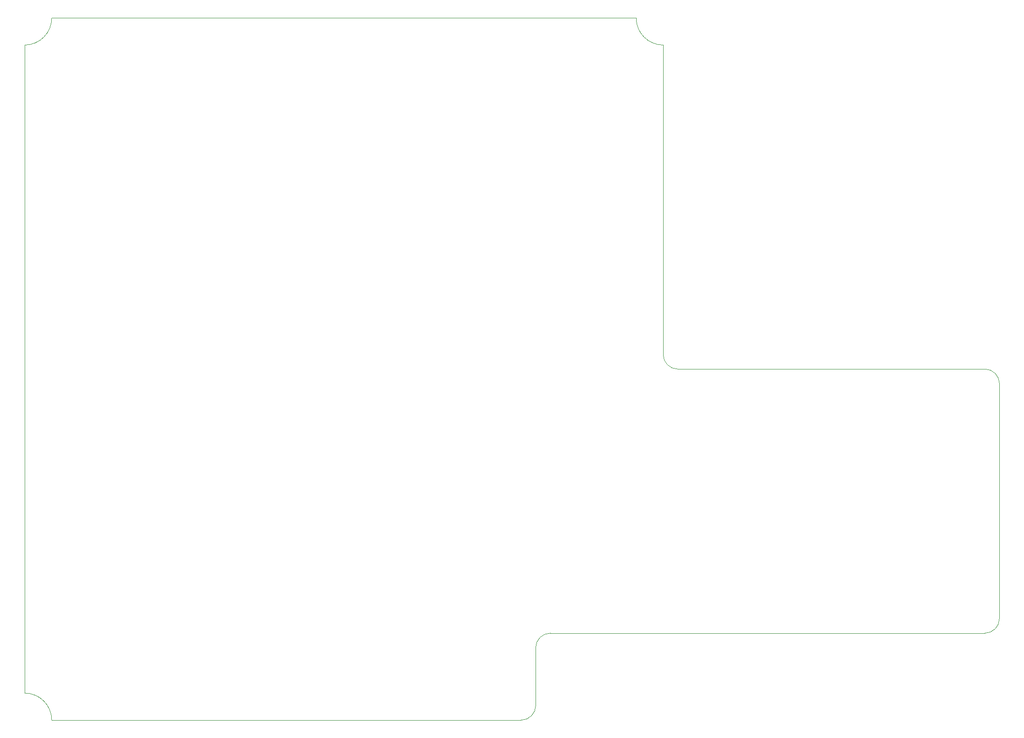
<source format=gbr>
G04 #@! TF.GenerationSoftware,KiCad,Pcbnew,(5.1.4)-1*
G04 #@! TF.CreationDate,2020-03-11T17:26:51+00:00*
G04 #@! TF.ProjectId,FPS-2_v1_revB_II,4650532d-325f-4763-915f-726576425f49,v1_revB II*
G04 #@! TF.SameCoordinates,PX4c3f880PY8011fc8*
G04 #@! TF.FileFunction,Glue,Top*
G04 #@! TF.FilePolarity,Positive*
%FSLAX46Y46*%
G04 Gerber Fmt 4.6, Leading zero omitted, Abs format (unit mm)*
G04 Created by KiCad (PCBNEW (5.1.4)-1) date 2020-03-11 17:26:51*
%MOMM*%
%LPD*%
G04 APERTURE LIST*
%ADD10C,0.120000*%
G04 APERTURE END LIST*
D10*
X77698000Y-16208600D02*
X77698000Y-26908600D01*
X77698000Y-16208600D02*
G75*
G02X80398000Y-13508600I2700000J0D01*
G01*
X160848000Y-13508600D02*
X80398000Y-13508600D01*
X77698000Y-26908600D02*
G75*
G02X74998000Y-29608600I-2700000J0D01*
G01*
X163548000Y-10808600D02*
G75*
G02X160848000Y-13508600I-2700000J0D01*
G01*
X160848000Y35391400D02*
G75*
G02X163548000Y32691400I0J-2700000D01*
G01*
X160848000Y35391400D02*
X103998000Y35391400D01*
X163548000Y32691400D02*
X163548000Y-10808600D01*
X-11902000Y100391400D02*
X96298000Y100391400D01*
X-16902000Y-24608600D02*
X-16902000Y95391400D01*
X74998000Y-29608600D02*
X-11902000Y-29608600D01*
X103998000Y35391400D02*
G75*
G02X101298000Y38091400I0J2700000D01*
G01*
X101298000Y95391400D02*
X101298000Y38091400D01*
X-11902000Y-29608600D02*
G75*
G03X-16902000Y-24608600I-5000000J0D01*
G01*
X96298000Y100391400D02*
G75*
G03X101298000Y95391400I5000000J0D01*
G01*
X-16902000Y95391400D02*
G75*
G03X-11902000Y100391400I0J5000000D01*
G01*
M02*

</source>
